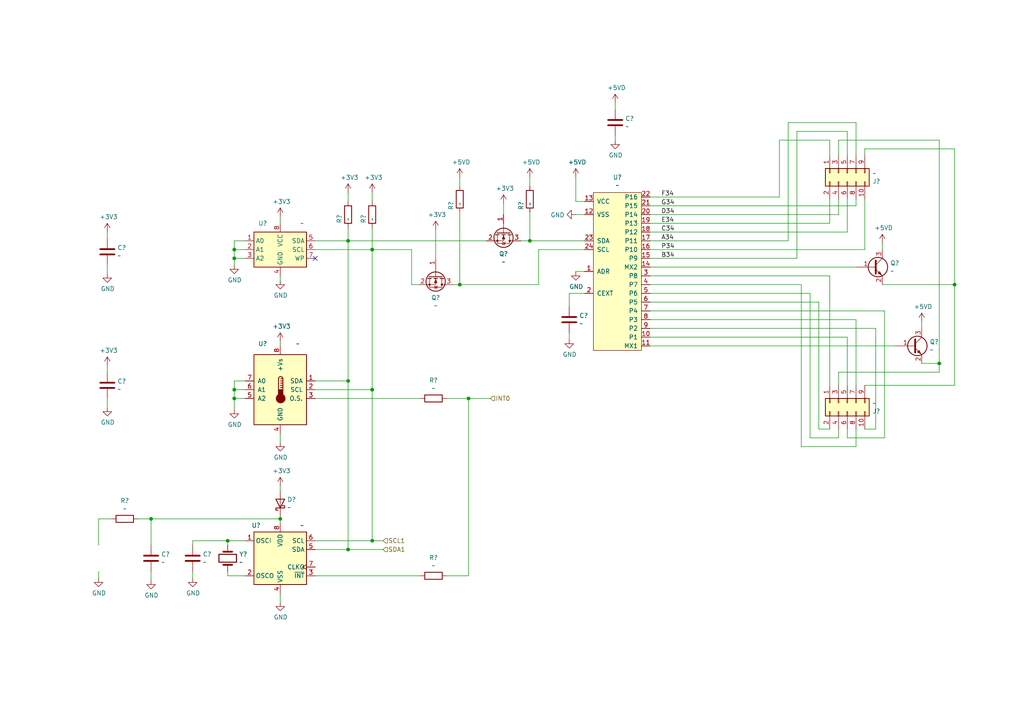
<source format=kicad_sch>
(kicad_sch (version 20211123) (generator eeschema)
  (paper "A4")
  (lib_symbols
    (symbol "CEN-SCHEMA:SAA1064T" (pin_names (offset 1.016))
      (property "Reference" "U" (at 46.355 1.905 0))
      (property "Value" "SAA1064T" (at 46.355 1.905 0))
      (symbol "SAA1064T_0_1"
        (rectangle (start -5.08 22.86) (end 8.89 -22.86) (fill (type background)))
      )
      (symbol "SAA1064T_1_1"
        (pin input line (at 11.43 0 180) (length 2.54) (name "ADR") (number "1"))
        (pin input line (at -7.62 -19.05 0) (length 2.54) (name "P1") (number "10"))
        (pin input line (at -7.62 -21.59 0) (length 2.54) (name "MX1") (number "11"))
        (pin input line (at 11.43 16.51 180) (length 2.54) (name "VSS") (number "12"))
        (pin input line (at 11.43 20.32 180) (length 2.54) (name "VCC") (number "13"))
        (pin input line (at -7.62 1.27 0) (length 2.54) (name "MX2") (number "14"))
        (pin input line (at -7.62 3.81 0) (length 2.54) (name "P9") (number "15"))
        (pin input line (at -7.62 6.35 0) (length 2.54) (name "P10") (number "16"))
        (pin input line (at -7.62 8.89 0) (length 2.54) (name "P11") (number "17"))
        (pin input line (at -7.62 11.43 0) (length 2.54) (name "P12") (number "18"))
        (pin input line (at -7.62 13.97 0) (length 2.54) (name "P13") (number "19"))
        (pin input line (at 11.43 -6.35 180) (length 2.54) (name "CEXT") (number "2"))
        (pin input line (at -7.62 16.51 0) (length 2.54) (name "P14") (number "20"))
        (pin input line (at -7.62 19.05 0) (length 2.54) (name "P15") (number "21"))
        (pin input line (at -7.62 21.59 0) (length 2.54) (name "P16") (number "22"))
        (pin input line (at 11.43 8.89 180) (length 2.54) (name "SDA") (number "23"))
        (pin input line (at 11.43 6.35 180) (length 2.54) (name "SCL") (number "24"))
        (pin input line (at -7.62 -1.27 0) (length 2.54) (name "P8") (number "3"))
        (pin input line (at -7.62 -3.81 0) (length 2.54) (name "P7") (number "4"))
        (pin input line (at -7.62 -6.35 0) (length 2.54) (name "P6") (number "5"))
        (pin input line (at -7.62 -8.89 0) (length 2.54) (name "P5") (number "6"))
        (pin input line (at -7.62 -11.43 0) (length 2.54) (name "P4") (number "7"))
        (pin input line (at -7.62 -13.97 0) (length 2.54) (name "P3") (number "8"))
        (pin input line (at -7.62 -16.51 0) (length 2.54) (name "P2") (number "9"))
      )
    )
    (symbol "Connector_Generic:Conn_02x05_Odd_Even" (pin_names (offset 1.016) hide)
      (property "Reference" "J" (at 1.27 7.62 0))
      (property "Value" "Conn_02x05_Odd_Even" (at 1.27 -7.62 0))
      (symbol "Conn_02x05_Odd_Even_1_1"
        (rectangle (start -1.27 -4.953) (end 0 -5.207) (stroke (width 0.1524)))
        (rectangle (start -1.27 -2.413) (end 0 -2.667) (stroke (width 0.1524)))
        (rectangle (start -1.27 0.127) (end 0 -0.127) (stroke (width 0.1524)))
        (rectangle (start -1.27 2.667) (end 0 2.413) (stroke (width 0.1524)))
        (rectangle (start -1.27 5.207) (end 0 4.953) (stroke (width 0.1524)))
        (rectangle (start -1.27 6.35) (end 3.81 -6.35) (stroke (width 0.254)) (fill (type background)))
        (rectangle (start 3.81 -4.953) (end 2.54 -5.207) (stroke (width 0.1524)))
        (rectangle (start 3.81 -2.413) (end 2.54 -2.667) (stroke (width 0.1524)))
        (rectangle (start 3.81 0.127) (end 2.54 -0.127) (stroke (width 0.1524)))
        (rectangle (start 3.81 2.667) (end 2.54 2.413) (stroke (width 0.1524)))
        (rectangle (start 3.81 5.207) (end 2.54 4.953) (stroke (width 0.1524)))
        (pin passive line (at -5.08 5.08 0) (length 3.81) (name "Pin_1") (number "1"))
        (pin passive line (at 7.62 -5.08 180) (length 3.81) (name "Pin_10") (number "10"))
        (pin passive line (at 7.62 5.08 180) (length 3.81) (name "Pin_2") (number "2"))
        (pin passive line (at -5.08 2.54 0) (length 3.81) (name "Pin_3") (number "3"))
        (pin passive line (at 7.62 2.54 180) (length 3.81) (name "Pin_4") (number "4"))
        (pin passive line (at -5.08 0 0) (length 3.81) (name "Pin_5") (number "5"))
        (pin passive line (at 7.62 0 180) (length 3.81) (name "Pin_6") (number "6"))
        (pin passive line (at -5.08 -2.54 0) (length 3.81) (name "Pin_7") (number "7"))
        (pin passive line (at 7.62 -2.54 180) (length 3.81) (name "Pin_8") (number "8"))
        (pin passive line (at -5.08 -5.08 0) (length 3.81) (name "Pin_9") (number "9"))
      )
    )
    (symbol "Device:C" (pin_numbers hide) (pin_names (offset 0.254))
      (property "Reference" "C" (at 0.635 2.54 0))
      (property "Value" "C" (at 0.635 -2.54 0))
      (symbol "C_0_1"
        (polyline (pts (xy -2.032 -0.762) (xy 2.032 -0.762)) (stroke (width 0.508)))
        (polyline (pts (xy -2.032 0.762) (xy 2.032 0.762)) (stroke (width 0.508)))
      )
      (symbol "C_1_1"
        (pin passive line (at 0 3.81 270) (length 2.794) (name "~") (number "1"))
        (pin passive line (at 0 -3.81 90) (length 2.794) (name "~") (number "2"))
      )
    )
    (symbol "Device:Crystal" (pin_numbers hide) (pin_names (offset 1.016) hide)
      (property "Reference" "Y" (at 0 3.81 0))
      (property "Value" "Crystal" (at 0 -3.81 0))
      (symbol "Crystal_0_1"
        (rectangle (start -1.143 2.54) (end 1.143 -2.54) (stroke (width 0.3048)))
        (polyline (pts (xy -2.54 0) (xy -1.905 0)))
        (polyline (pts (xy -1.905 -1.27) (xy -1.905 1.27)) (stroke (width 0.508)))
        (polyline (pts (xy 1.905 -1.27) (xy 1.905 1.27)) (stroke (width 0.508)))
        (polyline (pts (xy 2.54 0) (xy 1.905 0)))
      )
      (symbol "Crystal_1_1"
        (pin passive line (at -3.81 0 0) (length 1.27) (name "1") (number "1"))
        (pin passive line (at 3.81 0 180) (length 1.27) (name "2") (number "2"))
      )
    )
    (symbol "Device:D_Schottky" (pin_numbers hide) (pin_names (offset 1.016) hide)
      (property "Reference" "D" (at 0 2.54 0))
      (property "Value" "D_Schottky" (at 0 -2.54 0))
      (symbol "D_Schottky_0_1"
        (polyline (pts (xy 1.27 0) (xy -1.27 0)))
        (polyline (pts (xy 1.27 1.27) (xy 1.27 -1.27) (xy -1.27 0) (xy 1.27 1.27)) (stroke (width 0.254)))
        (polyline (pts (xy -1.905 0.635) (xy -1.905 1.27) (xy -1.27 1.27) (xy -1.27 -1.27) (xy -0.635 -1.27) (xy -0.635 -0.635)) (stroke (width 0.254)))
      )
      (symbol "D_Schottky_1_1"
        (pin passive line (at -3.81 0 0) (length 2.54) (name "K") (number "1"))
        (pin passive line (at 3.81 0 180) (length 2.54) (name "A") (number "2"))
      )
    )
    (symbol "Device:R" (pin_numbers hide) (pin_names (offset 0))
      (property "Reference" "R" (at 2.032 0 90))
      (property "Value" "R" (at 0 0 90))
      (symbol "R_0_1"
        (rectangle (start -1.016 -2.54) (end 1.016 2.54) (stroke (width 0.254)))
      )
      (symbol "R_1_1"
        (pin passive line (at 0 3.81 270) (length 1.27) (name "~") (number "1"))
        (pin passive line (at 0 -3.81 90) (length 1.27) (name "~") (number "2"))
      )
    )
    (symbol "Memory_EEPROM:24LC1025"
      (property "Reference" "U" (at -6.35 6.35 0))
      (property "Value" "24LC1025" (at 1.27 6.35 0))
      (symbol "24LC1025_1_1"
        (rectangle (start -7.62 5.08) (end 7.62 -5.08) (stroke (width 0.254)) (fill (type background)))
        (pin input line (at -10.16 2.54 0) (length 2.54) (name "A0") (number "1"))
        (pin input line (at -10.16 0 0) (length 2.54) (name "A1") (number "2"))
        (pin input line (at -10.16 -2.54 0) (length 2.54) (name "A2") (number "3"))
        (pin power_in line (at 0 -7.62 90) (length 2.54) (name "GND") (number "4"))
        (pin bidirectional line (at 10.16 2.54 180) (length 2.54) (name "SDA") (number "5"))
        (pin input line (at 10.16 0 180) (length 2.54) (name "SCL") (number "6"))
        (pin input line (at 10.16 -2.54 180) (length 2.54) (name "WP") (number "7"))
        (pin power_in line (at 0 7.62 270) (length 2.54) (name "VCC") (number "8"))
      )
    )
    (symbol "Sensor_Temperature:LM75C" (pin_names (offset 1.016))
      (property "Reference" "U" (at -6.35 11.43 0))
      (property "Value" "LM75C" (at 0 11.43 0))
      (symbol "LM75C_0_1"
        (rectangle (start -7.62 10.16) (end 7.62 -10.16) (stroke (width 0.254)) (fill (type background)))
        (circle (center -0.127 -2.54) (radius 1.27) (stroke (width 0.254)) (fill (type outline)))
        (polyline (pts (xy -0.762 0.635) (xy -0.127 0.635)) (stroke (width 0.254)))
        (polyline (pts (xy -0.762 1.27) (xy -0.127 1.27)) (stroke (width 0.254)))
        (polyline (pts (xy -0.762 1.905) (xy -0.127 1.905)) (stroke (width 0.254)))
        (polyline (pts (xy -0.762 2.54) (xy -0.127 2.54)) (stroke (width 0.254)))
        (polyline (pts (xy -0.762 3.175) (xy -0.762 0)) (stroke (width 0.254)))
        (polyline (pts (xy -0.762 3.175) (xy -0.127 3.175)) (stroke (width 0.254)))
        (polyline (pts (xy 0.508 3.175) (xy 0.508 0)) (stroke (width 0.254)))
        (rectangle (start 0.508 -1.905) (end -0.762 0) (stroke (width 0.254)) (fill (type outline)))
        (arc (start 0.508 3.175) (mid -0.127 3.81) (end -0.762 3.175) (stroke (width 0.254)))
      )
      (symbol "LM75C_1_1"
        (pin bidirectional line (at -10.16 2.54 0) (length 2.54) (name "SDA") (number "1"))
        (pin input line (at -10.16 0 0) (length 2.54) (name "SCL") (number "2"))
        (pin open_collector line (at -10.16 -2.54 0) (length 2.54) (name "O.S.") (number "3"))
        (pin power_in line (at 0 -12.7 90) (length 2.54) (name "GND") (number "4"))
        (pin input line (at 10.16 -2.54 180) (length 2.54) (name "A2") (number "5"))
        (pin input line (at 10.16 0 180) (length 2.54) (name "A1") (number "6"))
        (pin input line (at 10.16 2.54 180) (length 2.54) (name "A0") (number "7"))
        (pin power_in line (at 0 12.7 270) (length 2.54) (name "+Vs") (number "8"))
      )
    )
    (symbol "Timer_RTC:PCF8563T"
      (property "Reference" "U" (at -7.62 8.89 0))
      (property "Value" "PCF8563T" (at 2.54 8.89 0))
      (symbol "PCF8563T_0_1"
        (rectangle (start -7.62 7.62) (end 7.62 -7.62) (stroke (width 0.254)) (fill (type background)))
      )
      (symbol "PCF8563T_1_1"
        (pin input line (at -10.16 5.08 0) (length 2.54) (name "OSCI") (number "1"))
        (pin output line (at -10.16 -5.08 0) (length 2.54) (name "OSCO") (number "2"))
        (pin output line (at 10.16 -5.08 180) (length 2.54) (name "~{INT}") (number "3"))
        (pin power_in line (at 0 -10.16 90) (length 2.54) (name "VSS") (number "4"))
        (pin bidirectional line (at 10.16 2.54 180) (length 2.54) (name "SDA") (number "5"))
        (pin input line (at 10.16 5.08 180) (length 2.54) (name "SCL") (number "6"))
        (pin output clock (at 10.16 -2.54 180) (length 2.54) (name "CLKO") (number "7"))
        (pin power_in line (at 0 10.16 270) (length 2.54) (name "VDD") (number "8"))
      )
    )
    (symbol "Transistor_BJT:BC817" (pin_names (offset 0) hide)
      (property "Reference" "Q" (at 5.08 1.905 0))
      (property "Value" "BC817" (at 5.08 0 0))
      (symbol "BC817_0_1"
        (polyline (pts (xy 0.635 0.635) (xy 2.54 2.54)))
        (polyline (pts (xy 0.635 -0.635) (xy 2.54 -2.54) (xy 2.54 -2.54)))
        (polyline (pts (xy 0.635 1.905) (xy 0.635 -1.905) (xy 0.635 -1.905)) (stroke (width 0.508)))
        (polyline (pts (xy 1.27 -1.778) (xy 1.778 -1.27) (xy 2.286 -2.286) (xy 1.27 -1.778) (xy 1.27 -1.778)) (fill (type outline)))
        (circle (center 1.27 0) (radius 2.8194) (stroke (width 0.254)))
      )
      (symbol "BC817_1_1"
        (pin input line (at -5.08 0 0) (length 5.715) (name "B") (number "1"))
        (pin passive line (at 2.54 -5.08 90) (length 2.54) (name "E") (number "2"))
        (pin passive line (at 2.54 5.08 270) (length 2.54) (name "C") (number "3"))
      )
    )
    (symbol "Transistor_FET:2N7002" (pin_names hide)
      (property "Reference" "Q" (at 5.08 1.905 0))
      (property "Value" "2N7002" (at 5.08 0 0))
      (symbol "2N7002_0_1"
        (polyline (pts (xy 0.254 0) (xy -2.54 0)))
        (polyline (pts (xy 0.254 1.905) (xy 0.254 -1.905)) (stroke (width 0.254)))
        (polyline (pts (xy 0.762 -1.27) (xy 0.762 -2.286)) (stroke (width 0.254)))
        (polyline (pts (xy 0.762 0.508) (xy 0.762 -0.508)) (stroke (width 0.254)))
        (polyline (pts (xy 0.762 2.286) (xy 0.762 1.27)) (stroke (width 0.254)))
        (polyline (pts (xy 2.54 2.54) (xy 2.54 1.778)))
        (polyline (pts (xy 2.54 -2.54) (xy 2.54 0) (xy 0.762 0)))
        (polyline (pts (xy 0.762 -1.778) (xy 3.302 -1.778) (xy 3.302 1.778) (xy 0.762 1.778)))
        (polyline (pts (xy 1.016 0) (xy 2.032 0.381) (xy 2.032 -0.381) (xy 1.016 0)) (fill (type outline)))
        (polyline (pts (xy 2.794 0.508) (xy 2.921 0.381) (xy 3.683 0.381) (xy 3.81 0.254)))
        (polyline (pts (xy 3.302 0.381) (xy 2.921 -0.254) (xy 3.683 -0.254) (xy 3.302 0.381)))
        (circle (center 1.651 0) (radius 2.794) (stroke (width 0.254)))
        (circle (center 2.54 -1.778) (radius 0.254) (fill (type outline)))
        (circle (center 2.54 1.778) (radius 0.254) (fill (type outline)))
      )
      (symbol "2N7002_1_1"
        (pin input line (at -5.08 0 0) (length 2.54) (name "G") (number "1"))
        (pin passive line (at 2.54 -5.08 90) (length 2.54) (name "S") (number "2"))
        (pin passive line (at 2.54 5.08 270) (length 2.54) (name "D") (number "3"))
      )
    )
    (symbol "power:+3.3V" (power) (pin_names (offset 0))
      (property "Value" "+3.3V" (at 0 3.556 0))
      (symbol "+3.3V_0_1"
        (polyline (pts (xy -0.762 1.27) (xy 0 2.54)))
        (polyline (pts (xy 0 0) (xy 0 2.54)))
        (polyline (pts (xy 0 2.54) (xy 0.762 1.27)))
      )
      (symbol "+3.3V_1_1"
        (pin power_in line (at 0 0 90) (length 0) hide (name "+3V3") (number "1"))
      )
    )
    (symbol "power:+5VD" (power) (pin_names (offset 0))
      (property "Value" "+5VD" (at 0 3.556 0))
      (symbol "+5VD_0_1"
        (polyline (pts (xy -0.762 1.27) (xy 0 2.54)))
        (polyline (pts (xy 0 0) (xy 0 2.54)))
        (polyline (pts (xy 0 2.54) (xy 0.762 1.27)))
      )
      (symbol "+5VD_1_1"
        (pin power_in line (at 0 0 90) (length 0) hide (name "+5VD") (number "1"))
      )
    )
    (symbol "power:GND" (power) (pin_names (offset 0))
      (property "Value" "GND" (at 0 -3.81 0))
      (symbol "GND_0_1"
        (polyline (pts (xy 0 0) (xy 0 -1.27) (xy 1.27 -1.27) (xy 0 -2.54) (xy -1.27 -1.27) (xy 0 -1.27)))
      )
      (symbol "GND_1_1"
        (pin power_in line (at 0 0 270) (length 0) hide (name "GND") (number "1"))
      )
    )
  )
  (junction (at 100.965 110.49))
  (junction (at 43.815 150.495))
  (junction (at 100.965 159.385))
  (junction (at 67.945 113.03))
  (junction (at 66.04 156.845))
  (junction (at 272.415 105.41))
  (junction (at 107.95 113.03))
  (junction (at 107.95 72.39))
  (junction (at 100.965 69.85))
  (junction (at 107.95 156.845))
  (junction (at 153.67 69.85))
  (junction (at 81.28 150.495))
  (junction (at 133.35 82.55))
  (junction (at 276.86 82.55))
  (junction (at 67.945 115.57))
  (junction (at 67.945 72.39))
  (junction (at 135.89 115.57))
  (junction (at 67.945 74.93))
  (no_connect (at 91.44 74.93))
  (wire (pts (xy 188.595 87.63) (xy 237.49 87.63)))
  (wire (pts (xy 81.28 150.495) (xy 81.28 149.86)))
  (wire (pts (xy 67.945 74.93) (xy 67.945 76.835)))
  (wire (pts (xy 188.595 67.31) (xy 245.745 67.31)))
  (wire (pts (xy 119.38 72.39) (xy 119.38 82.55)))
  (wire (pts (xy 81.28 150.495) (xy 43.815 150.495)))
  (wire (pts (xy 100.965 159.385) (xy 91.44 159.385)))
  (wire (pts (xy 243.205 107.95) (xy 243.205 111.76)))
  (wire (pts (xy 276.86 111.76) (xy 276.86 82.55)))
  (wire (pts (xy 107.95 58.42) (xy 107.95 55.88)))
  (wire (pts (xy 237.49 124.46) (xy 240.665 124.46)))
  (wire (pts (xy 188.595 90.17) (xy 256.54 90.17)))
  (wire (pts (xy 234.95 85.09) (xy 234.95 127)))
  (wire (pts (xy 91.44 69.85) (xy 100.965 69.85)))
  (wire (pts (xy 188.595 85.09) (xy 234.95 85.09)))
  (wire (pts (xy 66.04 167.005) (xy 71.12 167.005)))
  (wire (pts (xy 153.67 51.435) (xy 153.67 53.975)))
  (wire (pts (xy 167.005 58.42) (xy 169.545 58.42)))
  (wire (pts (xy 255.905 72.39) (xy 255.905 70.485)))
  (wire (pts (xy 188.595 57.15) (xy 226.06 57.15)))
  (wire (pts (xy 250.825 72.39) (xy 250.825 57.785)))
  (wire (pts (xy 267.335 95.25) (xy 267.335 93.345)))
  (wire (pts (xy 91.44 156.845) (xy 107.95 156.845)))
  (wire (pts (xy 231.14 38.1) (xy 231.14 74.93)))
  (wire (pts (xy 250.825 43.18) (xy 250.825 45.085)))
  (wire (pts (xy 231.14 38.1) (xy 245.745 38.1)))
  (wire (pts (xy 32.385 150.495) (xy 28.575 150.495)))
  (wire (pts (xy 81.28 100.33) (xy 81.28 99.06)))
  (wire (pts (xy 55.88 165.735) (xy 55.88 167.64)))
  (wire (pts (xy 71.12 113.03) (xy 67.945 113.03)))
  (wire (pts (xy 248.285 92.71) (xy 248.285 111.76)))
  (wire (pts (xy 133.35 61.595) (xy 133.35 82.55)))
  (wire (pts (xy 31.115 115.57) (xy 31.115 118.11)))
  (wire (pts (xy 81.28 172.085) (xy 81.28 174.625)))
  (wire (pts (xy 66.04 156.845) (xy 66.04 158.115)))
  (wire (pts (xy 66.04 165.735) (xy 66.04 167.005)))
  (wire (pts (xy 272.415 40.64) (xy 243.205 40.64)))
  (wire (pts (xy 165.1 85.09) (xy 165.1 88.9)))
  (wire (pts (xy 107.95 156.845) (xy 111.125 156.845)))
  (wire (pts (xy 178.435 39.37) (xy 178.435 40.64)))
  (wire (pts (xy 91.44 167.005) (xy 121.92 167.005)))
  (wire (pts (xy 81.28 64.77) (xy 81.28 62.865)))
  (wire (pts (xy 43.815 165.735) (xy 43.815 168.275)))
  (wire (pts (xy 243.205 40.64) (xy 243.205 45.085)))
  (wire (pts (xy 256.54 127) (xy 245.745 127)))
  (wire (pts (xy 250.825 111.76) (xy 276.86 111.76)))
  (wire (pts (xy 100.965 66.04) (xy 100.965 69.85)))
  (wire (pts (xy 240.665 80.01) (xy 240.665 111.76)))
  (wire (pts (xy 240.665 40.64) (xy 240.665 45.085)))
  (wire (pts (xy 169.545 85.09) (xy 165.1 85.09)))
  (wire (pts (xy 107.95 72.39) (xy 119.38 72.39)))
  (wire (pts (xy 66.04 156.845) (xy 55.88 156.845)))
  (wire (pts (xy 228.6 35.56) (xy 248.285 35.56)))
  (wire (pts (xy 232.41 129.54) (xy 248.285 129.54)))
  (wire (pts (xy 91.44 110.49) (xy 100.965 110.49)))
  (wire (pts (xy 100.965 110.49) (xy 100.965 159.385)))
  (wire (pts (xy 188.595 74.93) (xy 231.14 74.93)))
  (wire (pts (xy 71.12 74.93) (xy 67.945 74.93)))
  (wire (pts (xy 188.595 92.71) (xy 248.285 92.71)))
  (wire (pts (xy 146.05 62.23) (xy 146.05 59.055)))
  (wire (pts (xy 71.12 115.57) (xy 67.945 115.57)))
  (wire (pts (xy 188.595 82.55) (xy 232.41 82.55)))
  (wire (pts (xy 167.005 51.435) (xy 167.005 58.42)))
  (wire (pts (xy 167.005 62.23) (xy 169.545 62.23)))
  (wire (pts (xy 71.12 69.85) (xy 67.945 69.85)))
  (wire (pts (xy 188.595 72.39) (xy 250.825 72.39)))
  (wire (pts (xy 67.945 72.39) (xy 67.945 69.85)))
  (wire (pts (xy 248.285 59.69) (xy 248.285 57.785)))
  (wire (pts (xy 133.35 51.435) (xy 133.35 53.975)))
  (wire (pts (xy 81.28 80.01) (xy 81.28 81.28)))
  (wire (pts (xy 254 124.46) (xy 250.825 124.46)))
  (wire (pts (xy 107.95 66.04) (xy 107.95 72.39)))
  (wire (pts (xy 226.06 40.64) (xy 240.665 40.64)))
  (wire (pts (xy 188.595 59.69) (xy 248.285 59.69)))
  (wire (pts (xy 91.44 113.03) (xy 107.95 113.03)))
  (wire (pts (xy 31.115 67.31) (xy 31.115 69.215)))
  (wire (pts (xy 245.745 127) (xy 245.745 124.46)))
  (wire (pts (xy 67.945 113.03) (xy 67.945 115.57)))
  (wire (pts (xy 129.54 115.57) (xy 135.89 115.57)))
  (wire (pts (xy 267.335 105.41) (xy 272.415 105.41)))
  (wire (pts (xy 31.115 76.835) (xy 31.115 79.375)))
  (wire (pts (xy 100.965 69.85) (xy 100.965 110.49)))
  (wire (pts (xy 188.595 95.25) (xy 254 95.25)))
  (wire (pts (xy 135.89 167.005) (xy 129.54 167.005)))
  (wire (pts (xy 71.12 156.845) (xy 66.04 156.845)))
  (wire (pts (xy 248.285 129.54) (xy 248.285 124.46)))
  (wire (pts (xy 100.965 159.385) (xy 111.125 159.385)))
  (wire (pts (xy 226.06 40.64) (xy 226.06 57.15)))
  (wire (pts (xy 156.21 72.39) (xy 169.545 72.39)))
  (wire (pts (xy 153.67 61.595) (xy 153.67 69.85)))
  (wire (pts (xy 243.205 127) (xy 243.205 124.46)))
  (wire (pts (xy 188.595 97.79) (xy 245.745 97.79)))
  (wire (pts (xy 71.12 110.49) (xy 67.945 110.49)))
  (wire (pts (xy 107.95 156.845) (xy 107.95 113.03)))
  (wire (pts (xy 91.44 115.57) (xy 121.92 115.57)))
  (wire (pts (xy 240.665 64.77) (xy 240.665 57.785)))
  (wire (pts (xy 43.815 150.495) (xy 43.815 158.115)))
  (wire (pts (xy 31.115 106.045) (xy 31.115 107.95)))
  (wire (pts (xy 188.595 64.77) (xy 240.665 64.77)))
  (wire (pts (xy 254 95.25) (xy 254 124.46)))
  (wire (pts (xy 178.435 29.845) (xy 178.435 31.75)))
  (wire (pts (xy 91.44 72.39) (xy 107.95 72.39)))
  (wire (pts (xy 55.88 156.845) (xy 55.88 158.115)))
  (wire (pts (xy 237.49 87.63) (xy 237.49 124.46)))
  (wire (pts (xy 153.67 69.85) (xy 169.545 69.85)))
  (wire (pts (xy 67.945 110.49) (xy 67.945 113.03)))
  (wire (pts (xy 135.89 115.57) (xy 135.89 167.005)))
  (wire (pts (xy 188.595 77.47) (xy 248.285 77.47)))
  (wire (pts (xy 234.95 127) (xy 243.205 127)))
  (wire (pts (xy 255.905 82.55) (xy 276.86 82.55)))
  (wire (pts (xy 81.28 140.97) (xy 81.28 142.24)))
  (wire (pts (xy 188.595 80.01) (xy 240.665 80.01)))
  (wire (pts (xy 43.815 150.495) (xy 40.005 150.495)))
  (wire (pts (xy 100.965 69.85) (xy 140.97 69.85)))
  (wire (pts (xy 133.35 82.55) (xy 156.21 82.55)))
  (wire (pts (xy 276.86 82.55) (xy 276.86 43.18)))
  (wire (pts (xy 126.365 74.93) (xy 126.365 66.675)))
  (wire (pts (xy 156.21 82.55) (xy 156.21 72.39)))
  (wire (pts (xy 67.945 74.93) (xy 67.945 72.39)))
  (wire (pts (xy 256.54 90.17) (xy 256.54 127)))
  (wire (pts (xy 81.28 125.73) (xy 81.28 128.27)))
  (wire (pts (xy 151.13 69.85) (xy 153.67 69.85)))
  (wire (pts (xy 228.6 35.56) (xy 228.6 69.85)))
  (wire (pts (xy 28.575 165.735) (xy 28.575 167.64)))
  (wire (pts (xy 276.86 43.18) (xy 250.825 43.18)))
  (wire (pts (xy 245.745 67.31) (xy 245.745 57.785)))
  (wire (pts (xy 243.205 62.23) (xy 243.205 57.785)))
  (wire (pts (xy 131.445 82.55) (xy 133.35 82.55)))
  (wire (pts (xy 167.005 78.74) (xy 169.545 78.74)))
  (wire (pts (xy 272.415 107.95) (xy 243.205 107.95)))
  (wire (pts (xy 188.595 69.85) (xy 228.6 69.85)))
  (wire (pts (xy 165.1 96.52) (xy 165.1 98.425)))
  (wire (pts (xy 107.95 72.39) (xy 107.95 113.03)))
  (wire (pts (xy 245.745 97.79) (xy 245.745 111.76)))
  (wire (pts (xy 67.945 115.57) (xy 67.945 118.745)))
  (wire (pts (xy 232.41 82.55) (xy 232.41 129.54)))
  (wire (pts (xy 245.745 38.1) (xy 245.745 45.085)))
  (wire (pts (xy 100.965 58.42) (xy 100.965 55.88)))
  (wire (pts (xy 259.715 100.33) (xy 188.595 100.33)))
  (wire (pts (xy 119.38 82.55) (xy 121.285 82.55)))
  (wire (pts (xy 188.595 62.23) (xy 243.205 62.23)))
  (wire (pts (xy 28.575 150.495) (xy 28.575 158.115)))
  (wire (pts (xy 272.415 40.64) (xy 272.415 105.41)))
  (wire (pts (xy 71.12 72.39) (xy 67.945 72.39)))
  (wire (pts (xy 272.415 105.41) (xy 272.415 107.95)))
  (wire (pts (xy 248.285 35.56) (xy 248.285 45.085)))
  (wire (pts (xy 81.28 151.765) (xy 81.28 150.495)))
  (wire (pts (xy 135.89 115.57) (xy 142.24 115.57)))
  (label "A34" (at 191.77 69.85 0))
  (label "F34" (at 191.77 57.15 0))
  (label "G34" (at 191.77 59.69 0))
  (label "D34" (at 191.77 62.23 0))
  (label "B34" (at 191.77 74.93 0))
  (label "P34" (at 191.77 72.39 0))
  (label "C34" (at 191.77 67.31 0))
  (label "E34" (at 191.77 64.77 0))
  (hierarchical_label "SDA1" (shape input) (at 111.125 159.385 0))
  (hierarchical_label "SCL1" (shape input) (at 111.125 156.845 0))
  (hierarchical_label "INT0" (shape input) (at 142.24 115.57 0))
  (symbol (lib_id "power:+3.3V") (at 107.95 55.88 0) (unit 1)
    (property "Reference" "#PWR?" (effects hide))
    (property "Value" "~" (at 108.331 51.4858 0))
  )
  (symbol (lib_id "power:+5VD") (at 178.435 29.845 0) (unit 1)
    (property "Reference" "#PWR?" (effects hide))
    (property "Value" "~" (at 178.816 25.4508 0))
  )
  (symbol (lib_id "power:+3.3V") (at 126.365 66.675 0) (unit 1)
    (property "Reference" "#PWR?" (effects hide))
    (property "Value" "~" (at 126.746 62.2808 0))
  )
  (symbol (lib_id "Device:C") (at 178.435 35.56 0) (unit 1)
    (property "Reference" "C?" (at 181.356 34.3916 0) (effects (justify left)))
    (property "Value" "~" (at 181.356 36.703 0) (effects (justify left)))
  )
  (symbol (lib_id "Connector_Generic:Conn_02x05_Odd_Even") (at 245.745 116.84 90) (mirror x) (unit 1)
    (property "Reference" "J?" (at 253.0602 119.2784 90) (effects (justify right)))
    (property "Value" "~" (at 253.0602 116.967 90) (effects (justify right)))
  )
  (symbol (lib_id "power:GND") (at 31.115 79.375 0) (unit 1)
    (property "Reference" "#PWR?" (effects hide))
    (property "Value" "~" (at 31.242 83.7692 0))
  )
  (symbol (lib_id "power:GND") (at 81.28 174.625 0) (unit 1)
    (property "Reference" "#PWR?" (effects hide))
    (property "Value" "~" (at 81.407 179.0192 0))
  )
  (symbol (lib_id "Connector_Generic:Conn_02x05_Odd_Even") (at 245.745 50.165 90) (mirror x) (unit 1)
    (property "Reference" "J?" (at 253.0602 52.6034 90) (effects (justify right)))
    (property "Value" "~" (at 253.0602 50.292 90) (effects (justify right)))
  )
  (symbol (lib_id "power:GND") (at 67.945 76.835 0) (unit 1)
    (property "Reference" "#PWR?" (effects hide))
    (property "Value" "~" (at 68.072 81.2292 0))
  )
  (symbol (lib_id "Device:R") (at 153.67 57.785 0) (unit 1)
    (property "Reference" "R?" (at 151.13 60.96 90) (effects (justify left)))
    (property "Value" "~" (at 153.67 59.69 90) (effects (justify left)))
  )
  (symbol (lib_id "power:+5VD") (at 153.67 51.435 0) (unit 1)
    (property "Reference" "#PWR?" (effects hide))
    (property "Value" "~" (at 154.051 47.0408 0))
  )
  (symbol (lib_id "Device:C") (at 55.88 161.925 0) (unit 1)
    (property "Reference" "C?" (at 58.801 160.7566 0) (effects (justify left)))
    (property "Value" "~" (at 58.801 163.068 0) (effects (justify left)))
  )
  (symbol (lib_id "power:+3.3V") (at 81.28 99.06 0) (unit 1)
    (property "Reference" "#PWR?" (effects hide))
    (property "Value" "~" (at 81.661 94.6658 0))
  )
  (symbol (lib_id "Memory_EEPROM:24LC1025") (at 81.28 72.39 0) (unit 1)
    (property "Reference" "U?" (at 76.2 64.77 0))
    (property "Value" "~" (at 87.63 64.77 0))
    (property "Datasheet" "http://ww1.microchip.com/downloads/en/DeviceDoc/21941B.pdf" (effects hide))
  )
  (symbol (lib_id "Device:R") (at 36.195 150.495 270) (unit 1)
    (property "Reference" "R?" (at 36.195 145.2372 90))
    (property "Value" "~" (at 36.195 147.5486 90))
  )
  (symbol (lib_id "power:+5VD") (at 133.35 51.435 0) (unit 1)
    (property "Reference" "#PWR?" (effects hide))
    (property "Value" "~" (at 133.731 47.0408 0))
  )
  (symbol (lib_id "power:+3.3V") (at 146.05 59.055 0) (unit 1)
    (property "Reference" "#PWR?" (effects hide))
    (property "Value" "~" (at 146.431 54.6608 0))
  )
  (symbol (lib_id "Device:D_Schottky") (at 81.28 146.05 90) (unit 1)
    (property "Reference" "D?" (at 83.312 144.8816 90) (effects (justify right)))
    (property "Value" "~" (at 83.312 147.193 90) (effects (justify right)))
  )
  (symbol (lib_id "Device:C") (at 31.115 111.76 0) (unit 1)
    (property "Reference" "C?" (at 34.036 110.5916 0) (effects (justify left)))
    (property "Value" "~" (at 34.036 112.903 0) (effects (justify left)))
  )
  (symbol (lib_id "Device:C") (at 31.115 73.025 0) (unit 1)
    (property "Reference" "C?" (at 34.036 71.8566 0) (effects (justify left)))
    (property "Value" "~" (at 34.036 74.168 0) (effects (justify left)))
  )
  (symbol (lib_id "Device:C") (at 43.815 161.925 0) (unit 1)
    (property "Reference" "C?" (at 46.736 160.7566 0) (effects (justify left)))
    (property "Value" "~" (at 46.736 163.068 0) (effects (justify left)))
  )
  (symbol (lib_id "power:+5VD") (at 267.335 93.345 0) (unit 1)
    (property "Reference" "#PWR?" (effects hide))
    (property "Value" "~" (at 267.716 88.9508 0))
  )
  (symbol (lib_id "power:GND") (at 67.945 118.745 0) (unit 1)
    (property "Reference" "#PWR?" (effects hide))
    (property "Value" "~" (at 68.072 123.1392 0))
  )
  (symbol (lib_id "power:+3.3V") (at 31.115 67.31 0) (unit 1)
    (property "Reference" "#PWR?" (effects hide))
    (property "Value" "~" (at 31.496 62.9158 0))
  )
  (symbol (lib_id "Device:Crystal") (at 66.04 161.925 270) (unit 1)
    (property "Reference" "Y?" (at 69.3674 160.7566 90) (effects (justify left)))
    (property "Value" "~" (at 69.3674 163.068 90) (effects (justify left)))
  )
  (symbol (lib_id "power:+3.3V") (at 81.28 62.865 0) (unit 1)
    (property "Reference" "#PWR?" (effects hide))
    (property "Value" "~" (at 81.661 58.4708 0))
  )
  (symbol (lib_id "power:GND") (at 167.005 62.23 270) (unit 1)
    (property "Reference" "#PWR?" (effects hide))
    (property "Value" "~" (at 163.7538 62.357 90) (effects (justify right)))
  )
  (symbol (lib_id "power:+3.3V") (at 100.965 55.88 0) (unit 1)
    (property "Reference" "#PWR?" (effects hide))
    (property "Value" "~" (at 101.346 51.4858 0))
  )
  (symbol (lib_id "Device:R") (at 125.73 115.57 270) (unit 1)
    (property "Reference" "R?" (at 125.73 110.3122 90))
    (property "Value" "~" (at 125.73 112.6236 90))
  )
  (symbol (lib_id "power:+5VD") (at 255.905 70.485 0) (unit 1)
    (property "Reference" "#PWR?" (effects hide))
    (property "Value" "~" (at 256.286 66.0908 0))
  )
  (symbol (lib_id "Device:R") (at 100.965 62.23 0) (unit 1)
    (property "Reference" "R?" (at 98.425 64.77 90) (effects (justify left)))
    (property "Value" "~" (at 100.965 64.135 90) (effects (justify left)))
  )
  (symbol (lib_id "power:GND") (at 55.88 167.64 0) (unit 1)
    (property "Reference" "#PWR?" (effects hide))
    (property "Value" "~" (at 56.007 172.0342 0))
  )
  (symbol (lib_id "Timer_RTC:PCF8563T") (at 81.28 161.925 0) (unit 1)
    (property "Reference" "U?" (at 74.295 152.4 0))
    (property "Value" "~" (at 87.63 152.4 0))
    (property "Datasheet" "https://assets.nexperia.com/documents/data-sheet/PCF8563.pdf" (effects hide))
  )
  (symbol (lib_id "CEN-SCHEMA:SAA1064T") (at 180.975 78.74 0) (mirror y) (unit 1)
    (property "Reference" "U?" (at 179.07 51.435 0))
    (property "Value" "~" (at 179.07 53.7464 0))
  )
  (symbol (lib_id "power:GND") (at 28.575 167.64 0) (unit 1)
    (property "Reference" "#PWR?" (effects hide))
    (property "Value" "~" (at 28.702 172.0342 0))
  )
  (symbol (lib_id "power:GND") (at 31.115 118.11 0) (unit 1)
    (property "Reference" "#PWR?" (effects hide))
    (property "Value" "~" (at 31.242 122.5042 0))
  )
  (symbol (lib_id "power:GND") (at 167.005 78.74 0) (unit 1)
    (property "Reference" "#PWR?" (effects hide))
    (property "Value" "~" (at 167.132 83.1342 0))
  )
  (symbol (lib_id "power:+5VD") (at 167.005 51.435 0) (unit 1)
    (property "Reference" "#PWR?" (effects hide))
    (property "Value" "~" (at 167.386 47.0408 0))
  )
  (symbol (lib_id "power:GND") (at 165.1 98.425 0) (unit 1)
    (property "Reference" "#PWR?" (effects hide))
    (property "Value" "~" (at 165.227 102.8192 0))
  )
  (symbol (lib_id "Device:R") (at 107.95 62.23 0) (unit 1)
    (property "Reference" "R?" (at 105.41 64.77 90) (effects (justify left)))
    (property "Value" "~" (at 107.95 64.135 90) (effects (justify left)))
  )
  (symbol (lib_id "Transistor_FET:2N7002") (at 146.05 67.31 270) (unit 1)
    (property "Reference" "Q?" (at 146.05 73.6346 90))
    (property "Value" "~" (at 146.05 75.946 90))
    (property "Datasheet" "https://www.onsemi.com/pub/Collateral/NDS7002A-D.PDF" (effects hide))
  )
  (symbol (lib_id "power:+3.3V") (at 31.115 106.045 0) (unit 1)
    (property "Reference" "#PWR?" (effects hide))
    (property "Value" "~" (at 31.496 101.6508 0))
  )
  (symbol (lib_id "Device:R") (at 125.73 167.005 270) (unit 1)
    (property "Reference" "R?" (at 125.73 161.7472 90))
    (property "Value" "~" (at 125.73 164.0586 90))
  )
  (symbol (lib_id "Device:C") (at 165.1 92.71 0) (unit 1)
    (property "Reference" "C?" (at 168.021 91.5416 0) (effects (justify left)))
    (property "Value" "~" (at 168.021 93.853 0) (effects (justify left)))
  )
  (symbol (lib_id "PIC32MZ_EF_100-rescue:CP-Device") (at 28.575 161.925 0) (unit 1)
    (property "Reference" "C?" (at 31.5722 160.7566 0) (effects (justify left)))
    (property "Value" "~" (at 31.5722 163.068 0) (effects (justify left)))
  )
  (symbol (lib_id "Transistor_BJT:BC817") (at 253.365 77.47 0) (unit 1)
    (property "Reference" "Q?" (at 258.2164 76.3016 0) (effects (justify left)))
    (property "Value" "~" (at 258.2164 78.613 0) (effects (justify left)))
    (property "Datasheet" "https://www.onsemi.com/pub/Collateral/BC818-D.pdf" (effects hide))
  )
  (symbol (lib_id "power:GND") (at 43.815 168.275 0) (unit 1)
    (property "Reference" "#PWR?" (effects hide))
    (property "Value" "~" (at 43.942 172.6692 0))
  )
  (symbol (lib_id "Device:R") (at 133.35 57.785 0) (unit 1)
    (property "Reference" "R?" (at 130.81 60.96 90) (effects (justify left)))
    (property "Value" "~" (at 133.35 59.69 90) (effects (justify left)))
  )
  (symbol (lib_id "Sensor_Temperature:LM75C") (at 81.28 113.03 0) (mirror y) (unit 1)
    (property "Reference" "U?" (at 76.2 99.695 0))
    (property "Value" "~" (at 86.36 99.695 0))
    (property "Datasheet" "http://www.ti.com/lit/ds/symlink/lm75b.pdf" (effects hide))
  )
  (symbol (lib_id "Transistor_FET:2N7002") (at 126.365 80.01 270) (unit 1)
    (property "Reference" "Q?" (at 126.365 86.3346 90))
    (property "Value" "~" (at 126.365 88.646 90))
    (property "Datasheet" "https://www.onsemi.com/pub/Collateral/NDS7002A-D.PDF" (effects hide))
  )
  (symbol (lib_id "power:+3.3V") (at 81.28 140.97 0) (unit 1)
    (property "Reference" "#PWR?" (effects hide))
    (property "Value" "~" (at 81.661 136.5758 0))
  )
  (symbol (lib_id "power:GND") (at 81.28 81.28 0) (unit 1)
    (property "Reference" "#PWR?" (effects hide))
    (property "Value" "~" (at 81.407 85.6742 0))
  )
  (symbol (lib_id "power:GND") (at 81.28 128.27 0) (unit 1)
    (property "Reference" "#PWR?" (effects hide))
    (property "Value" "~" (at 81.407 132.6642 0))
  )
  (symbol (lib_id "power:GND") (at 178.435 40.64 0) (unit 1)
    (property "Reference" "#PWR?" (effects hide))
    (property "Value" "~" (at 178.562 45.0342 0))
  )
  (symbol (lib_id "Transistor_BJT:BC817") (at 264.795 100.33 0) (unit 1)
    (property "Reference" "Q?" (at 269.6464 99.1616 0) (effects (justify left)))
    (property "Value" "~" (at 269.6464 101.473 0) (effects (justify left)))
    (property "Datasheet" "https://www.onsemi.com/pub/Collateral/BC818-D.pdf" (effects hide))
  )
)
</source>
